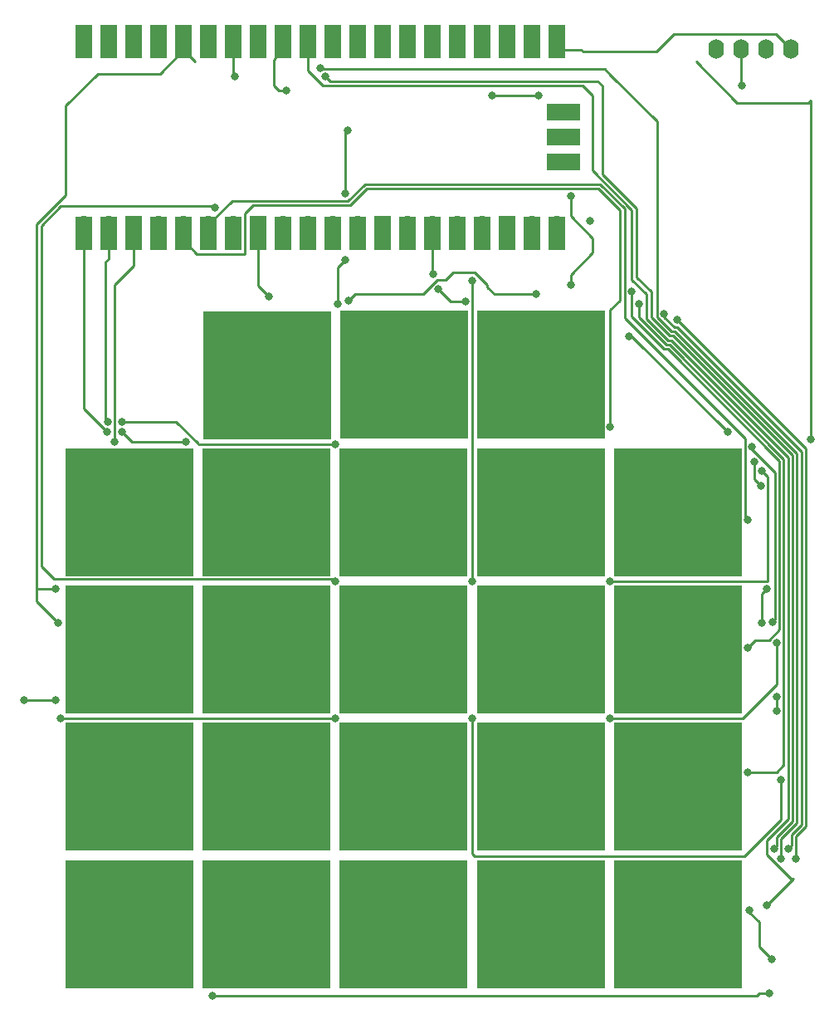
<source format=gbr>
%TF.GenerationSoftware,KiCad,Pcbnew,7.0.9*%
%TF.CreationDate,2024-09-03T11:05:06+09:00*%
%TF.ProjectId,_________,d5eac3af-adfc-4dcf-9cc9-2e6b69636164,rev?*%
%TF.SameCoordinates,Original*%
%TF.FileFunction,Copper,L1,Top*%
%TF.FilePolarity,Positive*%
%FSLAX46Y46*%
G04 Gerber Fmt 4.6, Leading zero omitted, Abs format (unit mm)*
G04 Created by KiCad (PCBNEW 7.0.9) date 2024-09-03 11:05:06*
%MOMM*%
%LPD*%
G01*
G04 APERTURE LIST*
%TA.AperFunction,SMDPad,CuDef*%
%ADD10R,13.000000X13.000000*%
%TD*%
%TA.AperFunction,ComponentPad*%
%ADD11O,1.700000X1.700000*%
%TD*%
%TA.AperFunction,SMDPad,CuDef*%
%ADD12R,1.700000X3.500000*%
%TD*%
%TA.AperFunction,ComponentPad*%
%ADD13R,1.700000X1.700000*%
%TD*%
%TA.AperFunction,SMDPad,CuDef*%
%ADD14R,3.500000X1.700000*%
%TD*%
%TA.AperFunction,ComponentPad*%
%ADD15O,1.600000X2.000000*%
%TD*%
%TA.AperFunction,ViaPad*%
%ADD16C,0.800000*%
%TD*%
%TA.AperFunction,Conductor*%
%ADD17C,0.250000*%
%TD*%
G04 APERTURE END LIST*
D10*
%TO.P,U36,1,1*%
%TO.N,Net-(U32-I)*%
X156209052Y-133450000D03*
%TD*%
%TO.P,U30,1,1*%
%TO.N,Net-(U26-I)*%
X156209052Y-119450000D03*
%TD*%
%TO.P,U47,1,1*%
%TO.N,Net-(U42-I)*%
X128259052Y-77450000D03*
%TD*%
%TO.P,U37,1,1*%
%TO.N,Net-(U33-I)*%
X142209052Y-133450000D03*
%TD*%
%TO.P,U23,1,1*%
%TO.N,Net-(U19-I)*%
X142209052Y-91450000D03*
%TD*%
%TO.P,U22,1,1*%
%TO.N,Net-(U18-I)*%
X128209052Y-91450000D03*
%TD*%
%TO.P,U21,1,1*%
%TO.N,Net-(U17-I)*%
X114209052Y-91450000D03*
%TD*%
%TO.P,U13,1,1*%
%TO.N,Net-(U9-I)*%
X156209052Y-105450000D03*
%TD*%
%TO.P,U20,1,1*%
%TO.N,Net-(U16-I)*%
X100209052Y-91450000D03*
%TD*%
%TO.P,U38,1,1*%
%TO.N,Net-(U34-I)*%
X128209052Y-133450000D03*
%TD*%
D11*
%TO.P,U1,1,GP0*%
%TO.N,1*%
X95620000Y-62140000D03*
D12*
X95620000Y-63040000D03*
D11*
%TO.P,U1,2,GP1*%
%TO.N,2*%
X98160000Y-62140000D03*
D12*
X98160000Y-63040000D03*
D13*
%TO.P,U1,3,GND*%
%TO.N,GND*%
X100700000Y-62140000D03*
D12*
X100700000Y-63040000D03*
D11*
%TO.P,U1,4,GP2*%
%TO.N,3*%
X103240000Y-62140000D03*
D12*
X103240000Y-63040000D03*
D11*
%TO.P,U1,5,GP3*%
%TO.N,4*%
X105780000Y-62140000D03*
D12*
X105780000Y-63040000D03*
D11*
%TO.P,U1,6,GP4*%
%TO.N,5*%
X108320000Y-62140000D03*
D12*
X108320000Y-63040000D03*
D11*
%TO.P,U1,7,GP5*%
%TO.N,6*%
X110860000Y-62140000D03*
D12*
X110860000Y-63040000D03*
D13*
%TO.P,U1,8,GND*%
%TO.N,GND*%
X113400000Y-62140000D03*
D12*
X113400000Y-63040000D03*
D11*
%TO.P,U1,9,GP6*%
%TO.N,7*%
X115940000Y-62140000D03*
D12*
X115940000Y-63040000D03*
D11*
%TO.P,U1,10,GP7*%
%TO.N,8*%
X118480000Y-62140000D03*
D12*
X118480000Y-63040000D03*
D11*
%TO.P,U1,11,GP8*%
%TO.N,9*%
X121020000Y-62140000D03*
D12*
X121020000Y-63040000D03*
D11*
%TO.P,U1,12,GP9*%
%TO.N,10*%
X123560000Y-62140000D03*
D12*
X123560000Y-63040000D03*
D13*
%TO.P,U1,13,GND*%
%TO.N,11*%
X126100000Y-62140000D03*
D12*
X126100000Y-63040000D03*
D11*
%TO.P,U1,14,GP10*%
%TO.N,12*%
X128640000Y-62140000D03*
D12*
X128640000Y-63040000D03*
D11*
%TO.P,U1,15,GP11*%
%TO.N,13*%
X131180000Y-62140000D03*
D12*
X131180000Y-63040000D03*
D11*
%TO.P,U1,16,GP12*%
%TO.N,14*%
X133720000Y-62140000D03*
D12*
X133720000Y-63040000D03*
D11*
%TO.P,U1,17,GP13*%
%TO.N,15*%
X136260000Y-62140000D03*
D12*
X136260000Y-63040000D03*
D13*
%TO.P,U1,18,GND*%
%TO.N,unconnected-(U1-GND-Pad18)*%
X138800000Y-62140000D03*
D12*
X138800000Y-63040000D03*
D11*
%TO.P,U1,19,GP14*%
%TO.N,16*%
X141340000Y-62140000D03*
D12*
X141340000Y-63040000D03*
D11*
%TO.P,U1,20,GP15*%
%TO.N,17*%
X143880000Y-62140000D03*
D12*
X143880000Y-63040000D03*
D11*
%TO.P,U1,21,GP16*%
%TO.N,Net-(Brd1-SDA)*%
X143880000Y-44360000D03*
D12*
X143880000Y-43460000D03*
D11*
%TO.P,U1,22,GP17*%
%TO.N,Net-(Brd1-SCL)*%
X141340000Y-44360000D03*
D12*
X141340000Y-43460000D03*
D13*
%TO.P,U1,23,GND*%
%TO.N,unconnected-(U1-GND-Pad23)*%
X138800000Y-44360000D03*
D12*
X138800000Y-43460000D03*
D11*
%TO.P,U1,24,GP18*%
%TO.N,unconnected-(U1-GP18-Pad24)*%
X136260000Y-44360000D03*
D12*
X136260000Y-43460000D03*
D11*
%TO.P,U1,25,GP19*%
%TO.N,unconnected-(U1-GP19-Pad25)*%
X133720000Y-44360000D03*
D12*
X133720000Y-43460000D03*
D11*
%TO.P,U1,26,GP20*%
%TO.N,23*%
X131180000Y-44360000D03*
D12*
X131180000Y-43460000D03*
D11*
%TO.P,U1,27,GP21*%
%TO.N,22*%
X128640000Y-44360000D03*
D12*
X128640000Y-43460000D03*
D13*
%TO.P,U1,28,GND*%
%TO.N,unconnected-(U1-GND-Pad28)*%
X126100000Y-44360000D03*
D12*
X126100000Y-43460000D03*
D11*
%TO.P,U1,29,GP22*%
%TO.N,21*%
X123560000Y-44360000D03*
D12*
X123560000Y-43460000D03*
D11*
%TO.P,U1,30,RUN*%
%TO.N,unconnected-(U1-RUN-Pad30)*%
X121020000Y-44360000D03*
D12*
X121020000Y-43460000D03*
D11*
%TO.P,U1,31,GP26*%
%TO.N,20*%
X118480000Y-44360000D03*
D12*
X118480000Y-43460000D03*
D11*
%TO.P,U1,32,GP27*%
%TO.N,19*%
X115940000Y-44360000D03*
D12*
X115940000Y-43460000D03*
D13*
%TO.P,U1,33,GND*%
%TO.N,GND*%
X113400000Y-44360000D03*
D12*
X113400000Y-43460000D03*
D11*
%TO.P,U1,34,GP28*%
%TO.N,18*%
X110860000Y-44360000D03*
D12*
X110860000Y-43460000D03*
D11*
%TO.P,U1,35,ADC_VREF*%
%TO.N,unconnected-(U1-ADC_VREF-Pad35)*%
X108320000Y-44360000D03*
D12*
X108320000Y-43460000D03*
D11*
%TO.P,U1,36,3V3(OUT)*%
%TO.N,+3.3*%
X105780000Y-44360000D03*
D12*
X105780000Y-43460000D03*
D11*
%TO.P,U1,37,3V3_EN*%
%TO.N,unconnected-(U1-3V3_EN-Pad37)*%
X103240000Y-44360000D03*
D12*
X103240000Y-43460000D03*
D13*
%TO.P,U1,38,GND*%
%TO.N,GND*%
X100700000Y-44360000D03*
D12*
X100700000Y-43460000D03*
D11*
%TO.P,U1,39,VSYS*%
%TO.N,unconnected-(U1-VSYS-Pad39)*%
X98160000Y-44360000D03*
D12*
X98160000Y-43460000D03*
D11*
%TO.P,U1,40,VBUS*%
%TO.N,unconnected-(U1-VBUS-Pad40)*%
X95620000Y-44360000D03*
D12*
X95620000Y-43460000D03*
D11*
%TO.P,U1,41*%
%TO.N,N/C*%
X143650000Y-55790000D03*
D14*
X144550000Y-55790000D03*
D13*
%TO.P,U1,42*%
X143650000Y-53250000D03*
D14*
X144550000Y-53250000D03*
D11*
%TO.P,U1,43*%
X143650000Y-50710000D03*
D14*
X144550000Y-50710000D03*
%TD*%
D10*
%TO.P,U46,1,1*%
%TO.N,Net-(U41-I)*%
X114259052Y-77500000D03*
%TD*%
D15*
%TO.P,Brd1,1,GND*%
%TO.N,GND*%
X160080000Y-44250000D03*
%TO.P,Brd1,2,VCC*%
%TO.N,+3.3*%
X162620000Y-44250000D03*
%TO.P,Brd1,3,SCL*%
%TO.N,Net-(Brd1-SCL)*%
X165160000Y-44250000D03*
%TO.P,Brd1,4,SDA*%
%TO.N,Net-(Brd1-SDA)*%
X167700000Y-44250000D03*
%TD*%
D10*
%TO.P,U12,1,1*%
%TO.N,Net-(U8-I)*%
X142209052Y-105450000D03*
%TD*%
%TO.P,U31,1,1*%
%TO.N,Net-(U27-I)*%
X100259052Y-133500000D03*
%TD*%
%TO.P,U40,1,1*%
%TO.N,Net-(U35-I)*%
X114209052Y-133450000D03*
%TD*%
%TO.P,U43,1,1*%
%TO.N,Net-(U39-I)*%
X156209052Y-91450000D03*
%TD*%
%TO.P,U3,1,1*%
%TO.N,Net-(U2-I)*%
X100209052Y-105450000D03*
%TD*%
%TO.P,U48,1,1*%
%TO.N,Net-(U44-I)*%
X142209052Y-77450000D03*
%TD*%
%TO.P,U7,1,1*%
%TO.N,Net-(U5-I)*%
X128209052Y-105450000D03*
%TD*%
%TO.P,U6,1,1*%
%TO.N,Net-(U4-I)*%
X114209052Y-105450000D03*
%TD*%
%TO.P,U15,1,1*%
%TO.N,Net-(U11-I)*%
X114209052Y-119450000D03*
%TD*%
%TO.P,U28,1,1*%
%TO.N,Net-(U24-I)*%
X128209052Y-119450000D03*
%TD*%
%TO.P,U29,1,1*%
%TO.N,Net-(U25-I)*%
X142209052Y-119450000D03*
%TD*%
%TO.P,U14,1,1*%
%TO.N,Net-(U10-I)*%
X100209052Y-119450000D03*
%TD*%
D16*
%TO.N,16*%
X108750000Y-140750000D03*
X165500000Y-140500000D03*
%TO.N,GND*%
X163500000Y-132000000D03*
X165750000Y-137000000D03*
%TO.N,18*%
X111000000Y-47000000D03*
X119695576Y-46168363D03*
%TO.N,19*%
X116250000Y-48500000D03*
X120250000Y-47000000D03*
%TO.N,+3.3*%
X162750000Y-48000000D03*
%TO.N,23*%
X145250000Y-59250000D03*
X142000000Y-49000000D03*
X137250000Y-49000000D03*
X145250000Y-68250000D03*
%TO.N,GND*%
X122625000Y-69875000D03*
X141750000Y-69250000D03*
X114500000Y-69500000D03*
%TO.N,22*%
X122500000Y-52500000D03*
X122250000Y-59000000D03*
X122250000Y-65750000D03*
X121500000Y-70250000D03*
%TO.N,3*%
X134525500Y-70000000D03*
X131750000Y-68724500D03*
%TO.N,8*%
X135250000Y-67899000D03*
X135250000Y-98500000D03*
%TO.N,13*%
X131250000Y-67174500D03*
X163964281Y-86285719D03*
X164651000Y-88750000D03*
X164750000Y-102750000D03*
X165250000Y-99250000D03*
X166250000Y-110250000D03*
X166725500Y-118750000D03*
X166275500Y-111750000D03*
X135250000Y-112500000D03*
%TO.N,GND*%
X98750000Y-84250000D03*
X89465586Y-110626580D03*
X92750000Y-110579526D03*
%TO.N,+3.3*%
X169750000Y-84000000D03*
X93000000Y-102750000D03*
X92750000Y-99250000D03*
%TO.N,Net-(U2-I)*%
X100209052Y-105950000D03*
%TO.N,Net-(U4-I)*%
X113959052Y-105950000D03*
%TO.N,Net-(U5-I)*%
X127709052Y-105950000D03*
%TO.N,Net-(U8-I)*%
X142709052Y-104200000D03*
%TO.N,Net-(U9-I)*%
X155209052Y-104950000D03*
%TO.N,Net-(U10-I)*%
X100209052Y-119450000D03*
%TO.N,Net-(U11-I)*%
X113959052Y-119700000D03*
%TO.N,Net-(U16-I)*%
X99459052Y-91450000D03*
%TO.N,Net-(U17-I)*%
X113959052Y-91450000D03*
%TO.N,Net-(U18-I)*%
X127959052Y-91200000D03*
%TO.N,Net-(U19-I)*%
X141709052Y-91200000D03*
%TO.N,Net-(U24-I)*%
X127459052Y-119450000D03*
%TO.N,Net-(U25-I)*%
X141959052Y-119450000D03*
%TO.N,Net-(U26-I)*%
X155459052Y-119450000D03*
%TO.N,Net-(U27-I)*%
X99959052Y-133700000D03*
%TO.N,Net-(U32-I)*%
X155459052Y-133450000D03*
%TO.N,Net-(U33-I)*%
X141709052Y-132700000D03*
%TO.N,Net-(U34-I)*%
X128209052Y-133450000D03*
%TO.N,Net-(U35-I)*%
X114209052Y-133450000D03*
%TO.N,Net-(U41-I)*%
X113459052Y-77517281D03*
%TO.N,Net-(U42-I)*%
X126959052Y-77200000D03*
%TO.N,Net-(U44-I)*%
X141459052Y-77200000D03*
%TO.N,Net-(U39-I)*%
X155709052Y-91200000D03*
%TO.N,1*%
X99500000Y-83250000D03*
X106000000Y-84250000D03*
X98000000Y-83250000D03*
%TO.N,2*%
X121250000Y-84500000D03*
X99500000Y-82250000D03*
X98025500Y-82250000D03*
%TO.N,4*%
X149308554Y-82750000D03*
%TO.N,5*%
X163308554Y-92250000D03*
%TO.N,7*%
X121250000Y-98500000D03*
X109000000Y-60424500D03*
%TO.N,9*%
X121250000Y-112500000D03*
X93250000Y-112500000D03*
%TO.N,11*%
X163308554Y-105250000D03*
X151500000Y-69000000D03*
%TO.N,12*%
X149250000Y-98500000D03*
X164750000Y-87225500D03*
%TO.N,14*%
X166275500Y-104750000D03*
X151250000Y-73500000D03*
X163758552Y-84758552D03*
X165825500Y-102674500D03*
X149250000Y-112500000D03*
X161250000Y-83250000D03*
%TO.N,15*%
X163308554Y-118000000D03*
X152224500Y-70250000D03*
%TO.N,16*%
X168224500Y-126750000D03*
X156137299Y-71862701D03*
X147250000Y-61724500D03*
%TO.N,17*%
X154792698Y-71250000D03*
X167500000Y-125750000D03*
%TO.N,20*%
X165275500Y-131529277D03*
%TO.N,18*%
X166724500Y-126750000D03*
%TO.N,19*%
X166000000Y-125750000D03*
%TD*%
D17*
%TO.N,16*%
X164250000Y-140750000D02*
X108750000Y-140750000D01*
X165500000Y-140500000D02*
X164500000Y-140500000D01*
X164500000Y-140500000D02*
X164250000Y-140750000D01*
%TO.N,+3.3*%
X93750000Y-50000000D02*
X97000000Y-46750000D01*
X103390000Y-46750000D02*
X105780000Y-44360000D01*
X93750000Y-59113604D02*
X93750000Y-50000000D01*
X90750000Y-62113604D02*
X93750000Y-59113604D01*
X90750000Y-99250000D02*
X90750000Y-62113604D01*
X97000000Y-46750000D02*
X103390000Y-46750000D01*
%TO.N,GND*%
X163500000Y-132250000D02*
X163500000Y-132000000D01*
X164500000Y-133250000D02*
X163500000Y-132250000D01*
%TO.N,20*%
X118480000Y-46480000D02*
X118480000Y-44360000D01*
X146500000Y-48000000D02*
X120000000Y-48000000D01*
X147500000Y-49000000D02*
X146500000Y-48000000D01*
X147500000Y-56636396D02*
X147500000Y-49000000D01*
X151500000Y-60636396D02*
X147500000Y-56636396D01*
X151500000Y-67750000D02*
X151500000Y-60636396D01*
X153000000Y-69250000D02*
X151500000Y-67750000D01*
X153000000Y-71755399D02*
X153000000Y-69250000D01*
X155182302Y-73937701D02*
X153000000Y-71755399D01*
X155528513Y-73937701D02*
X155182302Y-73937701D01*
X167450000Y-85859188D02*
X155528513Y-73937701D01*
X167450000Y-122753416D02*
X167450000Y-85859188D01*
X165275500Y-131529277D02*
X165279277Y-131529277D01*
X168000000Y-128808554D02*
X167757749Y-128808554D01*
X165275000Y-124928416D02*
X167450000Y-122753416D01*
X120000000Y-48000000D02*
X118480000Y-46480000D01*
X165279277Y-131529277D02*
X168000000Y-128808554D01*
X165275000Y-126325805D02*
X165275000Y-124928416D01*
X167757749Y-128808554D02*
X165275000Y-126325805D01*
%TO.N,GND*%
X164500000Y-135750000D02*
X164500000Y-133250000D01*
X165750000Y-137000000D02*
X164500000Y-135750000D01*
%TO.N,18*%
X110860000Y-46860000D02*
X110860000Y-44360000D01*
X111000000Y-47000000D02*
X110860000Y-46860000D01*
X119802213Y-46275000D02*
X119695576Y-46168363D01*
X148721991Y-46275000D02*
X119802213Y-46275000D01*
X149393982Y-46946991D02*
X148721991Y-46275000D01*
%TO.N,19*%
X115000000Y-48000000D02*
X115000000Y-45300000D01*
X115500000Y-48500000D02*
X115000000Y-48000000D01*
X115000000Y-45300000D02*
X115940000Y-44360000D01*
X116250000Y-48500000D02*
X115500000Y-48500000D01*
X120750000Y-47500000D02*
X120250000Y-47000000D01*
X139250000Y-47500000D02*
X120750000Y-47500000D01*
X148000000Y-47500000D02*
X139250000Y-47500000D01*
X148500000Y-48000000D02*
X148000000Y-47500000D01*
X148500000Y-57000000D02*
X148500000Y-48000000D01*
X152000000Y-60500000D02*
X148500000Y-57000000D01*
X152000000Y-67500000D02*
X152000000Y-60500000D01*
X153500000Y-69000000D02*
X152000000Y-67500000D01*
X155714909Y-73487701D02*
X155368698Y-73487701D01*
X155368698Y-73487701D02*
X153500000Y-71619003D01*
X153500000Y-71619003D02*
X153500000Y-69000000D01*
X167900000Y-85672792D02*
X155714909Y-73487701D01*
X166274500Y-124565312D02*
X167900000Y-122939812D01*
X166274500Y-125475500D02*
X166274500Y-124565312D01*
X167900000Y-122939812D02*
X167900000Y-85672792D01*
X166000000Y-125750000D02*
X166274500Y-125475500D01*
%TO.N,22*%
X122250000Y-52750000D02*
X122250000Y-59000000D01*
X122500000Y-52500000D02*
X122250000Y-52750000D01*
%TO.N,23*%
X137250000Y-49000000D02*
X142000000Y-49000000D01*
%TO.N,Net-(Brd1-SDA)*%
X166200000Y-42750000D02*
X167700000Y-44250000D01*
X146500000Y-44500000D02*
X154000000Y-44500000D01*
X146360000Y-44360000D02*
X146500000Y-44500000D01*
X154000000Y-44500000D02*
X155750000Y-42750000D01*
X155750000Y-42750000D02*
X166200000Y-42750000D01*
X143880000Y-44360000D02*
X146360000Y-44360000D01*
%TO.N,+3.3*%
X162620000Y-47870000D02*
X162620000Y-44250000D01*
X162750000Y-48000000D02*
X162620000Y-47870000D01*
X92750000Y-99250000D02*
X90750000Y-99250000D01*
X90750000Y-100500000D02*
X90750000Y-99250000D01*
X93000000Y-102750000D02*
X90750000Y-100500000D01*
%TO.N,23*%
X145250000Y-67250000D02*
X145250000Y-68250000D01*
X147500000Y-65000000D02*
X145250000Y-67250000D01*
X147500000Y-63500000D02*
X147500000Y-65000000D01*
X145250000Y-61250000D02*
X147500000Y-63500000D01*
X145250000Y-59250000D02*
X145250000Y-61250000D01*
%TO.N,4*%
X107145000Y-65115000D02*
X105780000Y-63750000D01*
X112035000Y-65115000D02*
X107145000Y-65115000D01*
X112035000Y-60965000D02*
X112035000Y-65115000D01*
X122736701Y-60175000D02*
X112825000Y-60175000D01*
X112825000Y-60175000D02*
X112035000Y-60965000D01*
X148040812Y-58450000D02*
X124461701Y-58450000D01*
X124461701Y-58450000D02*
X122736701Y-60175000D01*
X150250000Y-60659188D02*
X148040812Y-58450000D01*
X105780000Y-63750000D02*
X105780000Y-62140000D01*
X150250000Y-69867108D02*
X150250000Y-60659188D01*
X149308554Y-82750000D02*
X149308554Y-70808554D01*
X149308554Y-70808554D02*
X150250000Y-69867108D01*
%TO.N,5*%
X110735000Y-59725000D02*
X108320000Y-62140000D01*
X148227208Y-58000000D02*
X124275305Y-58000000D01*
X150750000Y-71659188D02*
X150750000Y-60522792D01*
X150750000Y-60522792D02*
X148227208Y-58000000D01*
X124275305Y-58000000D02*
X122550305Y-59725000D01*
X163034052Y-83943240D02*
X150750000Y-71659188D01*
X122550305Y-59725000D02*
X110735000Y-59725000D01*
X163034052Y-91975498D02*
X163034052Y-83943240D01*
X163308554Y-92250000D02*
X163034052Y-91975498D01*
%TO.N,GND*%
X123250000Y-69250000D02*
X122625000Y-69875000D01*
X130199195Y-69250000D02*
X123250000Y-69250000D01*
X131699195Y-67750000D02*
X130199195Y-69250000D01*
X132500000Y-67750000D02*
X131699195Y-67750000D01*
X133250000Y-67000000D02*
X132500000Y-67750000D01*
X137500000Y-69250000D02*
X136750000Y-68500000D01*
X136750000Y-68250000D02*
X135500000Y-67000000D01*
X141750000Y-69250000D02*
X137500000Y-69250000D01*
X136750000Y-68500000D02*
X136750000Y-68250000D01*
X135500000Y-67000000D02*
X133250000Y-67000000D01*
%TO.N,7*%
X108825500Y-60250000D02*
X109000000Y-60424500D01*
X91250000Y-62250000D02*
X93250000Y-60250000D01*
X91250000Y-97000000D02*
X91250000Y-62250000D01*
X93250000Y-60250000D02*
X108825500Y-60250000D01*
X121025000Y-98275000D02*
X92525000Y-98275000D01*
X92525000Y-98275000D02*
X91250000Y-97000000D01*
X121250000Y-98500000D02*
X121025000Y-98275000D01*
%TO.N,14*%
X166100000Y-102400000D02*
X165825500Y-102674500D01*
X163758552Y-85055392D02*
X166100000Y-87396840D01*
X163758552Y-84758552D02*
X163758552Y-85055392D01*
X166100000Y-87396840D02*
X166100000Y-102400000D01*
%TO.N,11*%
X151500000Y-71528191D02*
X151500000Y-69000000D01*
X166550000Y-103450000D02*
X166550000Y-86231980D01*
X166550000Y-86231980D02*
X155155721Y-74837701D01*
X155155721Y-74837701D02*
X154809510Y-74837701D01*
X154809510Y-74837701D02*
X151500000Y-71528191D01*
X165491446Y-104508554D02*
X166550000Y-103450000D01*
X163308554Y-105250000D02*
X164050000Y-104508554D01*
X164050000Y-104508554D02*
X165491446Y-104508554D01*
%TO.N,15*%
X152224500Y-71616295D02*
X152224500Y-70250000D01*
X154995906Y-74387701D02*
X152224500Y-71616295D01*
X167000000Y-86045584D02*
X155342117Y-74387701D01*
X167000000Y-117250000D02*
X167000000Y-86045584D01*
X155342117Y-74387701D02*
X154995906Y-74387701D01*
X166250000Y-118000000D02*
X167000000Y-117250000D01*
X163308554Y-118000000D02*
X166250000Y-118000000D01*
%TO.N,18*%
X154068198Y-51621207D02*
X149393982Y-46946991D01*
X154068198Y-71550805D02*
X154068198Y-51621207D01*
X155555094Y-73037701D02*
X154068198Y-71550805D01*
X168350000Y-85486396D02*
X155901305Y-73037701D01*
X155901305Y-73037701D02*
X155555094Y-73037701D01*
X166724500Y-124751708D02*
X168350000Y-123126208D01*
X168350000Y-123126208D02*
X168350000Y-85486396D01*
X166724500Y-126750000D02*
X166724500Y-124751708D01*
%TO.N,17*%
X156087701Y-72587701D02*
X155836994Y-72587701D01*
X168800000Y-85300000D02*
X156087701Y-72587701D01*
X167774500Y-124338104D02*
X168800000Y-123312604D01*
X167774500Y-125475500D02*
X167774500Y-124338104D01*
X168800000Y-123312604D02*
X168800000Y-85300000D01*
X167500000Y-125750000D02*
X167774500Y-125475500D01*
X155836994Y-72587701D02*
X154792698Y-71543405D01*
X154792698Y-71543405D02*
X154792698Y-71250000D01*
%TO.N,12*%
X165375500Y-98500000D02*
X149250000Y-98500000D01*
X165375500Y-87851000D02*
X165375500Y-98500000D01*
X164750000Y-87225500D02*
X165375500Y-87851000D01*
%TO.N,GND*%
X89512640Y-110579526D02*
X92750000Y-110579526D01*
X89465586Y-110626580D02*
X89512640Y-110579526D01*
X113400000Y-68400000D02*
X113400000Y-62140000D01*
X114500000Y-69500000D02*
X113400000Y-68400000D01*
%TO.N,22*%
X121500000Y-66500000D02*
X122250000Y-65750000D01*
X121500000Y-70250000D02*
X121500000Y-66500000D01*
%TO.N,3*%
X133025500Y-70000000D02*
X131750000Y-68724500D01*
X134525500Y-70000000D02*
X133025500Y-70000000D01*
%TO.N,8*%
X135250000Y-67899000D02*
X135250000Y-98500000D01*
%TO.N,13*%
X131180000Y-67104500D02*
X131180000Y-62140000D01*
X131250000Y-67174500D02*
X131180000Y-67104500D01*
X164651000Y-88750000D02*
X163964281Y-88063281D01*
X164750000Y-99750000D02*
X165250000Y-99250000D01*
X163964281Y-88063281D02*
X163964281Y-86285719D01*
X164750000Y-102750000D02*
X164750000Y-99750000D01*
X166275500Y-110275500D02*
X166250000Y-110250000D01*
X166275500Y-111750000D02*
X166275500Y-110275500D01*
X166725500Y-122774500D02*
X166725500Y-118750000D01*
X135500000Y-126500000D02*
X163000000Y-126500000D01*
X135250000Y-126250000D02*
X135500000Y-126500000D01*
X163000000Y-126500000D02*
X166725500Y-122774500D01*
X135250000Y-112500000D02*
X135250000Y-126250000D01*
%TO.N,GND*%
X98750000Y-68250000D02*
X100700000Y-66300000D01*
X100700000Y-66300000D02*
X100700000Y-62140000D01*
X98750000Y-84250000D02*
X98750000Y-68250000D01*
%TO.N,+3.3*%
X162250000Y-49750000D02*
X169500000Y-49750000D01*
X169500000Y-49750000D02*
X169750000Y-49500000D01*
X106955000Y-45535000D02*
X105780000Y-44360000D01*
X169750000Y-84000000D02*
X169750000Y-49500000D01*
X162250000Y-49750000D02*
X158035000Y-45535000D01*
%TO.N,1*%
X106000000Y-84250000D02*
X100500000Y-84250000D01*
X95620000Y-80870000D02*
X95620000Y-62140000D01*
X100500000Y-84250000D02*
X99500000Y-83250000D01*
X98000000Y-83250000D02*
X95620000Y-80870000D01*
%TO.N,2*%
X121250000Y-84500000D02*
X107250000Y-84500000D01*
X107250000Y-84474695D02*
X105025305Y-82250000D01*
X107250000Y-84500000D02*
X107250000Y-84474695D01*
X97750000Y-81974500D02*
X97750000Y-66000000D01*
X97750000Y-66000000D02*
X98160000Y-65590000D01*
X98025500Y-82250000D02*
X97750000Y-81974500D01*
X98160000Y-65590000D02*
X98160000Y-62140000D01*
X105025305Y-82250000D02*
X99500000Y-82250000D01*
%TO.N,9*%
X121250000Y-112500000D02*
X93250000Y-112500000D01*
%TO.N,14*%
X162809052Y-112500000D02*
X166275500Y-109033552D01*
X149250000Y-112500000D02*
X162809052Y-112500000D01*
X151500000Y-73500000D02*
X151250000Y-73500000D01*
X161250000Y-83250000D02*
X151500000Y-73500000D01*
X166275500Y-109033552D02*
X166275500Y-104750000D01*
%TO.N,16*%
X168224500Y-126750000D02*
X168224500Y-124524500D01*
X147250000Y-61724500D02*
X147224500Y-61724500D01*
X168224500Y-124524500D02*
X169250000Y-123499000D01*
X169250000Y-123499000D02*
X169250000Y-84975402D01*
X169250000Y-84975402D02*
X156137299Y-71862701D01*
%TD*%
M02*

</source>
